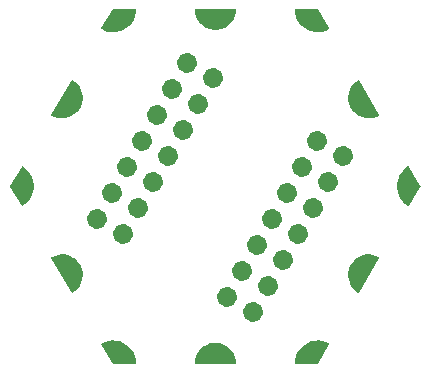
<source format=gbr>
G04 EAGLE Gerber RS-274X export*
G75*
%MOMM*%
%FSLAX34Y34*%
%LPD*%
%INSoldermask Top*%
%IPPOS*%
%AMOC8*
5,1,8,0,0,1.08239X$1,22.5*%
G01*
%ADD10C,1.101600*%
%ADD11P,1.759533X8X82.500000*%
%ADD12P,1.759533X8X262.500000*%

G36*
X363231Y195709D02*
X363231Y195709D01*
X363260Y195706D01*
X363327Y195728D01*
X363397Y195742D01*
X363421Y195759D01*
X363449Y195768D01*
X363502Y195815D01*
X363561Y195855D01*
X363577Y195879D01*
X363599Y195899D01*
X363630Y195963D01*
X363668Y196022D01*
X363673Y196051D01*
X363685Y196077D01*
X363694Y196177D01*
X363701Y196219D01*
X363698Y196229D01*
X363700Y196243D01*
X363468Y199041D01*
X363458Y199075D01*
X363454Y199123D01*
X362765Y201844D01*
X362750Y201876D01*
X362738Y201922D01*
X361610Y204494D01*
X361590Y204522D01*
X361571Y204566D01*
X360035Y206917D01*
X360011Y206941D01*
X359985Y206982D01*
X358083Y209047D01*
X358055Y209068D01*
X358022Y209103D01*
X355807Y210828D01*
X355776Y210843D01*
X355738Y210873D01*
X353268Y212209D01*
X353235Y212219D01*
X353193Y212242D01*
X352007Y212650D01*
X350553Y213149D01*
X350537Y213154D01*
X350503Y213159D01*
X350457Y213174D01*
X347688Y213636D01*
X347653Y213635D01*
X347606Y213643D01*
X344798Y213643D01*
X344764Y213636D01*
X344716Y213636D01*
X341947Y213174D01*
X341914Y213162D01*
X341867Y213154D01*
X339211Y212242D01*
X339181Y212225D01*
X339136Y212209D01*
X336666Y210873D01*
X336640Y210851D01*
X336597Y210828D01*
X334382Y209103D01*
X334359Y209077D01*
X334321Y209047D01*
X332419Y206982D01*
X332401Y206952D01*
X332369Y206917D01*
X330833Y204566D01*
X330820Y204534D01*
X330794Y204494D01*
X329666Y201922D01*
X329659Y201889D01*
X329656Y201882D01*
X329650Y201873D01*
X329649Y201867D01*
X329639Y201844D01*
X328950Y199123D01*
X328948Y199088D01*
X328936Y199041D01*
X328704Y196243D01*
X328708Y196214D01*
X328703Y196185D01*
X328720Y196116D01*
X328728Y196046D01*
X328742Y196020D01*
X328749Y195992D01*
X328791Y195935D01*
X328826Y195873D01*
X328850Y195855D01*
X328867Y195832D01*
X328928Y195796D01*
X328985Y195753D01*
X329013Y195745D01*
X329038Y195730D01*
X329136Y195714D01*
X329177Y195703D01*
X329188Y195705D01*
X329202Y195703D01*
X363202Y195703D01*
X363231Y195709D01*
G37*
G36*
X347640Y478768D02*
X347640Y478768D01*
X347688Y478768D01*
X350457Y479230D01*
X350490Y479242D01*
X350537Y479250D01*
X353193Y480162D01*
X353223Y480179D01*
X353268Y480195D01*
X355738Y481531D01*
X355764Y481553D01*
X355807Y481576D01*
X358022Y483301D01*
X358045Y483327D01*
X358083Y483357D01*
X359985Y485422D01*
X360003Y485452D01*
X360035Y485487D01*
X361571Y487838D01*
X361584Y487870D01*
X361610Y487910D01*
X362738Y490482D01*
X362745Y490515D01*
X362765Y490560D01*
X363454Y493281D01*
X363456Y493316D01*
X363468Y493363D01*
X363700Y496161D01*
X363696Y496190D01*
X363701Y496219D01*
X363685Y496288D01*
X363676Y496358D01*
X363662Y496384D01*
X363655Y496412D01*
X363613Y496469D01*
X363578Y496531D01*
X363554Y496549D01*
X363537Y496572D01*
X363476Y496608D01*
X363419Y496651D01*
X363391Y496659D01*
X363366Y496674D01*
X363268Y496690D01*
X363227Y496701D01*
X363216Y496699D01*
X363202Y496701D01*
X329202Y496701D01*
X329173Y496695D01*
X329144Y496698D01*
X329077Y496676D01*
X329007Y496662D01*
X328983Y496645D01*
X328955Y496636D01*
X328902Y496589D01*
X328843Y496549D01*
X328828Y496525D01*
X328806Y496505D01*
X328774Y496441D01*
X328736Y496382D01*
X328731Y496353D01*
X328719Y496327D01*
X328710Y496227D01*
X328703Y496185D01*
X328706Y496175D01*
X328704Y496161D01*
X328936Y493363D01*
X328946Y493329D01*
X328950Y493281D01*
X329639Y490560D01*
X329654Y490528D01*
X329666Y490482D01*
X330794Y487910D01*
X330814Y487882D01*
X330833Y487838D01*
X332369Y485487D01*
X332393Y485463D01*
X332419Y485422D01*
X334321Y483357D01*
X334349Y483336D01*
X334382Y483301D01*
X336597Y481576D01*
X336628Y481561D01*
X336666Y481531D01*
X339136Y480195D01*
X339169Y480185D01*
X339211Y480162D01*
X341867Y479250D01*
X341901Y479246D01*
X341947Y479230D01*
X344716Y478768D01*
X344751Y478769D01*
X344798Y478761D01*
X347606Y478761D01*
X347640Y478768D01*
G37*
G36*
X224809Y256012D02*
X224809Y256012D01*
X224880Y256009D01*
X224907Y256019D01*
X224936Y256021D01*
X225026Y256063D01*
X225066Y256078D01*
X225074Y256086D01*
X225087Y256092D01*
X227390Y257691D01*
X227414Y257717D01*
X227454Y257744D01*
X229463Y259701D01*
X229482Y259730D01*
X229517Y259763D01*
X231176Y262024D01*
X231191Y262055D01*
X231220Y262094D01*
X232484Y264597D01*
X232493Y264631D01*
X232515Y264674D01*
X233351Y267351D01*
X233354Y267385D01*
X233369Y267431D01*
X233752Y270210D01*
X233750Y270244D01*
X233756Y270292D01*
X233677Y273095D01*
X233669Y273129D01*
X233668Y273177D01*
X233129Y275929D01*
X233115Y275961D01*
X233106Y276009D01*
X232121Y278634D01*
X232106Y278659D01*
X232101Y278679D01*
X232093Y278690D01*
X232086Y278709D01*
X230682Y281137D01*
X230659Y281163D01*
X230635Y281205D01*
X228851Y283368D01*
X228824Y283390D01*
X228793Y283427D01*
X226677Y285268D01*
X226647Y285285D01*
X226611Y285317D01*
X224220Y286784D01*
X224188Y286795D01*
X224147Y286821D01*
X221548Y287874D01*
X221514Y287881D01*
X221469Y287899D01*
X218732Y288510D01*
X218697Y288511D01*
X218650Y288522D01*
X215850Y288674D01*
X215816Y288669D01*
X215768Y288672D01*
X212980Y288362D01*
X212947Y288351D01*
X212899Y288346D01*
X210201Y287581D01*
X210171Y287565D01*
X210124Y287552D01*
X207589Y286353D01*
X207565Y286336D01*
X207538Y286326D01*
X207486Y286277D01*
X207429Y286234D01*
X207415Y286209D01*
X207394Y286189D01*
X207365Y286124D01*
X207329Y286063D01*
X207326Y286034D01*
X207314Y286007D01*
X207313Y285936D01*
X207304Y285865D01*
X207312Y285837D01*
X207312Y285808D01*
X207346Y285715D01*
X207358Y285674D01*
X207365Y285665D01*
X207370Y285652D01*
X224370Y256252D01*
X224389Y256230D01*
X224402Y256204D01*
X224455Y256156D01*
X224502Y256103D01*
X224528Y256091D01*
X224550Y256071D01*
X224617Y256048D01*
X224681Y256018D01*
X224710Y256016D01*
X224738Y256007D01*
X224809Y256012D01*
G37*
G36*
X476588Y403735D02*
X476588Y403735D01*
X476636Y403732D01*
X479424Y404042D01*
X479457Y404053D01*
X479505Y404058D01*
X482203Y404823D01*
X482233Y404839D01*
X482280Y404852D01*
X484815Y406051D01*
X484839Y406068D01*
X484866Y406078D01*
X484918Y406127D01*
X484975Y406170D01*
X484989Y406195D01*
X485011Y406215D01*
X485039Y406280D01*
X485075Y406342D01*
X485078Y406370D01*
X485090Y406397D01*
X485091Y406468D01*
X485100Y406539D01*
X485092Y406567D01*
X485092Y406596D01*
X485058Y406689D01*
X485046Y406730D01*
X485039Y406739D01*
X485034Y406752D01*
X468034Y436152D01*
X468015Y436174D01*
X468002Y436200D01*
X467949Y436248D01*
X467902Y436301D01*
X467876Y436313D01*
X467854Y436333D01*
X467787Y436356D01*
X467723Y436386D01*
X467694Y436388D01*
X467666Y436397D01*
X467595Y436392D01*
X467524Y436395D01*
X467497Y436385D01*
X467468Y436383D01*
X467378Y436341D01*
X467338Y436326D01*
X467330Y436318D01*
X467317Y436312D01*
X465014Y434713D01*
X464990Y434688D01*
X464950Y434660D01*
X462941Y432703D01*
X462922Y432674D01*
X462887Y432641D01*
X461228Y430380D01*
X461213Y430349D01*
X461184Y430310D01*
X459920Y427807D01*
X459911Y427773D01*
X459889Y427730D01*
X459053Y425053D01*
X459050Y425019D01*
X459035Y424973D01*
X458652Y422194D01*
X458654Y422160D01*
X458648Y422112D01*
X458727Y419309D01*
X458735Y419275D01*
X458736Y419227D01*
X459275Y416475D01*
X459289Y416443D01*
X459298Y416395D01*
X460283Y413770D01*
X460301Y413740D01*
X460318Y413695D01*
X461722Y411267D01*
X461745Y411241D01*
X461769Y411200D01*
X463553Y409036D01*
X463580Y409014D01*
X463611Y408977D01*
X465727Y407136D01*
X465757Y407119D01*
X465793Y407088D01*
X468184Y405620D01*
X468216Y405609D01*
X468257Y405583D01*
X470856Y404530D01*
X470890Y404523D01*
X470935Y404505D01*
X473672Y403894D01*
X473707Y403893D01*
X473754Y403882D01*
X476554Y403730D01*
X476588Y403735D01*
G37*
G36*
X467628Y256013D02*
X467628Y256013D01*
X467699Y256012D01*
X467726Y256023D01*
X467755Y256027D01*
X467817Y256061D01*
X467882Y256089D01*
X467903Y256110D01*
X467928Y256124D01*
X467991Y256200D01*
X468021Y256231D01*
X468025Y256241D01*
X468034Y256252D01*
X485034Y285652D01*
X485043Y285680D01*
X485060Y285704D01*
X485075Y285773D01*
X485097Y285841D01*
X485095Y285870D01*
X485101Y285898D01*
X485088Y285968D01*
X485082Y286039D01*
X485069Y286065D01*
X485063Y286093D01*
X485023Y286152D01*
X484991Y286215D01*
X484968Y286234D01*
X484952Y286258D01*
X484870Y286315D01*
X484837Y286342D01*
X484827Y286345D01*
X484815Y286353D01*
X482280Y287552D01*
X482246Y287560D01*
X482203Y287581D01*
X479505Y288346D01*
X479470Y288348D01*
X479424Y288362D01*
X476636Y288672D01*
X476602Y288669D01*
X476554Y288674D01*
X473754Y288522D01*
X473720Y288513D01*
X473672Y288510D01*
X470935Y287899D01*
X470903Y287885D01*
X470856Y287874D01*
X468257Y286821D01*
X468228Y286802D01*
X468184Y286784D01*
X465793Y285317D01*
X465768Y285293D01*
X465727Y285268D01*
X463611Y283427D01*
X463590Y283400D01*
X463553Y283368D01*
X461769Y281205D01*
X461753Y281174D01*
X461722Y281137D01*
X460318Y278709D01*
X460307Y278676D01*
X460300Y278663D01*
X460290Y278649D01*
X460290Y278646D01*
X460283Y278634D01*
X459298Y276009D01*
X459292Y275974D01*
X459275Y275929D01*
X458736Y273177D01*
X458736Y273143D01*
X458727Y273095D01*
X458648Y270292D01*
X458654Y270258D01*
X458652Y270210D01*
X459035Y267431D01*
X459047Y267399D01*
X459053Y267351D01*
X459889Y264674D01*
X459906Y264643D01*
X459920Y264597D01*
X461184Y262094D01*
X461206Y262067D01*
X461228Y262024D01*
X462887Y259763D01*
X462913Y259740D01*
X462941Y259701D01*
X464950Y257744D01*
X464979Y257725D01*
X465014Y257691D01*
X467317Y256092D01*
X467344Y256080D01*
X467367Y256062D01*
X467435Y256041D01*
X467500Y256013D01*
X467529Y256013D01*
X467557Y256005D01*
X467628Y256013D01*
G37*
G36*
X218650Y403882D02*
X218650Y403882D01*
X218684Y403891D01*
X218732Y403894D01*
X221469Y404505D01*
X221501Y404519D01*
X221548Y404530D01*
X224147Y405583D01*
X224176Y405602D01*
X224220Y405620D01*
X226611Y407088D01*
X226636Y407111D01*
X226677Y407136D01*
X228793Y408977D01*
X228814Y409004D01*
X228851Y409036D01*
X230635Y411200D01*
X230651Y411230D01*
X230682Y411267D01*
X232086Y413695D01*
X232097Y413728D01*
X232121Y413770D01*
X233106Y416395D01*
X233112Y416430D01*
X233129Y416475D01*
X233668Y419227D01*
X233668Y419262D01*
X233677Y419309D01*
X233756Y422112D01*
X233751Y422146D01*
X233752Y422194D01*
X233369Y424973D01*
X233357Y425005D01*
X233351Y425053D01*
X232515Y427730D01*
X232498Y427761D01*
X232484Y427807D01*
X231220Y430310D01*
X231198Y430337D01*
X231176Y430380D01*
X229517Y432641D01*
X229491Y432664D01*
X229463Y432703D01*
X227454Y434660D01*
X227425Y434679D01*
X227390Y434713D01*
X225087Y436312D01*
X225060Y436324D01*
X225037Y436342D01*
X224969Y436363D01*
X224904Y436391D01*
X224875Y436391D01*
X224847Y436399D01*
X224776Y436391D01*
X224705Y436392D01*
X224678Y436381D01*
X224649Y436377D01*
X224587Y436343D01*
X224522Y436315D01*
X224501Y436294D01*
X224476Y436280D01*
X224413Y436204D01*
X224383Y436173D01*
X224379Y436163D01*
X224370Y436152D01*
X207370Y406752D01*
X207361Y406724D01*
X207344Y406700D01*
X207329Y406631D01*
X207307Y406563D01*
X207309Y406534D01*
X207303Y406506D01*
X207316Y406436D01*
X207322Y406365D01*
X207335Y406339D01*
X207341Y406311D01*
X207381Y406252D01*
X207413Y406189D01*
X207436Y406170D01*
X207452Y406146D01*
X207534Y406089D01*
X207567Y406062D01*
X207577Y406059D01*
X207589Y406051D01*
X210124Y404852D01*
X210158Y404844D01*
X210201Y404823D01*
X212899Y404058D01*
X212934Y404056D01*
X212980Y404042D01*
X215768Y403732D01*
X215802Y403735D01*
X215850Y403730D01*
X218650Y403882D01*
G37*
G36*
X509929Y329213D02*
X509929Y329213D01*
X510000Y329213D01*
X510027Y329224D01*
X510056Y329227D01*
X510118Y329262D01*
X510183Y329290D01*
X510204Y329310D01*
X510229Y329325D01*
X510292Y329402D01*
X510322Y329432D01*
X510326Y329442D01*
X510335Y329453D01*
X519835Y345953D01*
X519845Y345985D01*
X519854Y345998D01*
X519858Y346022D01*
X519859Y346026D01*
X519890Y346096D01*
X519890Y346120D01*
X519898Y346142D01*
X519892Y346218D01*
X519893Y346295D01*
X519883Y346319D01*
X519882Y346340D01*
X519861Y346379D01*
X519835Y346451D01*
X510335Y362951D01*
X510316Y362973D01*
X510303Y362999D01*
X510250Y363047D01*
X510203Y363100D01*
X510177Y363113D01*
X510156Y363132D01*
X510088Y363155D01*
X510024Y363186D01*
X509995Y363188D01*
X509968Y363197D01*
X509896Y363192D01*
X509825Y363195D01*
X509798Y363185D01*
X509769Y363183D01*
X509679Y363141D01*
X509639Y363126D01*
X509631Y363119D01*
X509618Y363113D01*
X507095Y361371D01*
X507071Y361347D01*
X507033Y361320D01*
X504821Y359196D01*
X504802Y359168D01*
X504768Y359136D01*
X502926Y356685D01*
X502912Y356654D01*
X502883Y356617D01*
X501458Y353902D01*
X501449Y353871D01*
X501433Y353846D01*
X501432Y353838D01*
X501427Y353828D01*
X500456Y350920D01*
X500452Y350886D01*
X500437Y350842D01*
X499945Y347815D01*
X499946Y347781D01*
X499938Y347735D01*
X499938Y344669D01*
X499939Y344665D01*
X499939Y344663D01*
X499945Y344636D01*
X499945Y344589D01*
X500437Y341562D01*
X500449Y341531D01*
X500456Y341484D01*
X501427Y338576D01*
X501444Y338547D01*
X501458Y338502D01*
X502883Y335787D01*
X502905Y335761D01*
X502926Y335719D01*
X504768Y333268D01*
X504793Y333245D01*
X504821Y333208D01*
X507033Y331084D01*
X507061Y331066D01*
X507095Y331033D01*
X509618Y329291D01*
X509645Y329280D01*
X509667Y329261D01*
X509736Y329241D01*
X509801Y329213D01*
X509830Y329213D01*
X509858Y329205D01*
X509929Y329213D01*
G37*
G36*
X182508Y329212D02*
X182508Y329212D01*
X182579Y329209D01*
X182606Y329219D01*
X182635Y329221D01*
X182725Y329263D01*
X182765Y329278D01*
X182773Y329285D01*
X182786Y329291D01*
X185309Y331033D01*
X185333Y331057D01*
X185371Y331084D01*
X187583Y333208D01*
X187602Y333236D01*
X187636Y333268D01*
X189478Y335719D01*
X189492Y335750D01*
X189521Y335787D01*
X190946Y338502D01*
X190955Y338535D01*
X190977Y338576D01*
X191948Y341484D01*
X191952Y341518D01*
X191967Y341562D01*
X192459Y344589D01*
X192458Y344623D01*
X192466Y344669D01*
X192466Y347735D01*
X192459Y347768D01*
X192459Y347815D01*
X191967Y350842D01*
X191955Y350873D01*
X191948Y350920D01*
X190977Y353828D01*
X190964Y353851D01*
X190958Y353876D01*
X190951Y353885D01*
X190946Y353902D01*
X189521Y356617D01*
X189499Y356643D01*
X189478Y356685D01*
X187636Y359136D01*
X187611Y359159D01*
X187583Y359196D01*
X185371Y361320D01*
X185343Y361338D01*
X185309Y361371D01*
X182786Y363113D01*
X182759Y363124D01*
X182737Y363143D01*
X182668Y363163D01*
X182603Y363191D01*
X182574Y363191D01*
X182546Y363199D01*
X182475Y363191D01*
X182404Y363192D01*
X182377Y363180D01*
X182348Y363177D01*
X182286Y363142D01*
X182221Y363114D01*
X182200Y363094D01*
X182175Y363079D01*
X182112Y363002D01*
X182082Y362972D01*
X182078Y362962D01*
X182069Y362951D01*
X172569Y346451D01*
X172545Y346378D01*
X172514Y346308D01*
X172514Y346284D01*
X172506Y346262D01*
X172513Y346186D01*
X172512Y346109D01*
X172521Y346085D01*
X172522Y346064D01*
X172543Y346025D01*
X172562Y345973D01*
X172563Y345967D01*
X172565Y345965D01*
X172569Y345953D01*
X182069Y329453D01*
X182088Y329431D01*
X182101Y329405D01*
X182154Y329357D01*
X182201Y329304D01*
X182227Y329291D01*
X182249Y329272D01*
X182316Y329249D01*
X182380Y329218D01*
X182409Y329217D01*
X182436Y329207D01*
X182508Y329212D01*
G37*
G36*
X432878Y195718D02*
X432878Y195718D01*
X432956Y195727D01*
X432975Y195738D01*
X432997Y195742D01*
X433061Y195786D01*
X433129Y195825D01*
X433145Y195844D01*
X433161Y195855D01*
X433185Y195893D01*
X433235Y195953D01*
X442735Y212453D01*
X442744Y212480D01*
X442760Y212504D01*
X442775Y212574D01*
X442798Y212642D01*
X442795Y212670D01*
X442801Y212698D01*
X442788Y212769D01*
X442782Y212840D01*
X442769Y212865D01*
X442763Y212893D01*
X442723Y212953D01*
X442690Y213016D01*
X442668Y213034D01*
X442652Y213058D01*
X442569Y213116D01*
X442537Y213143D01*
X442526Y213146D01*
X442516Y213153D01*
X439750Y214462D01*
X439717Y214470D01*
X439674Y214490D01*
X436734Y215338D01*
X436700Y215341D01*
X436656Y215354D01*
X433618Y215719D01*
X433584Y215716D01*
X433537Y215722D01*
X430480Y215595D01*
X430447Y215587D01*
X430400Y215586D01*
X427403Y214970D01*
X427372Y214957D01*
X427326Y214948D01*
X424466Y213859D01*
X424438Y213841D01*
X424394Y213825D01*
X421746Y212291D01*
X421720Y212269D01*
X421680Y212246D01*
X419312Y210308D01*
X419290Y210281D01*
X419254Y210252D01*
X417227Y207959D01*
X417211Y207930D01*
X417179Y207895D01*
X415547Y205307D01*
X415535Y205275D01*
X415510Y205236D01*
X414314Y202419D01*
X414307Y202386D01*
X414304Y202379D01*
X414300Y202373D01*
X414299Y202367D01*
X414288Y202343D01*
X413560Y199371D01*
X413558Y199337D01*
X413547Y199292D01*
X413304Y196242D01*
X413308Y196213D01*
X413303Y196185D01*
X413320Y196116D01*
X413328Y196044D01*
X413343Y196020D01*
X413349Y195992D01*
X413392Y195934D01*
X413428Y195872D01*
X413450Y195855D01*
X413467Y195832D01*
X413529Y195795D01*
X413586Y195752D01*
X413614Y195745D01*
X413638Y195730D01*
X413738Y195714D01*
X413779Y195703D01*
X413789Y195705D01*
X413802Y195703D01*
X432802Y195703D01*
X432878Y195718D01*
G37*
G36*
X433571Y476687D02*
X433571Y476687D01*
X433618Y476685D01*
X436656Y477050D01*
X436688Y477061D01*
X436734Y477066D01*
X439674Y477914D01*
X439704Y477930D01*
X439750Y477942D01*
X442516Y479251D01*
X442538Y479268D01*
X442565Y479278D01*
X442617Y479327D01*
X442675Y479370D01*
X442689Y479395D01*
X442710Y479414D01*
X442739Y479480D01*
X442775Y479542D01*
X442778Y479570D01*
X442790Y479596D01*
X442791Y479668D01*
X442800Y479739D01*
X442792Y479766D01*
X442793Y479795D01*
X442757Y479890D01*
X442746Y479930D01*
X442739Y479939D01*
X442735Y479951D01*
X433235Y496451D01*
X433183Y496510D01*
X433137Y496572D01*
X433118Y496583D01*
X433103Y496600D01*
X433033Y496634D01*
X432966Y496674D01*
X432942Y496678D01*
X432924Y496686D01*
X432879Y496688D01*
X432802Y496701D01*
X413802Y496701D01*
X413774Y496696D01*
X413746Y496698D01*
X413678Y496676D01*
X413607Y496662D01*
X413584Y496646D01*
X413557Y496637D01*
X413502Y496590D01*
X413443Y496549D01*
X413428Y496525D01*
X413407Y496507D01*
X413375Y496442D01*
X413336Y496382D01*
X413331Y496354D01*
X413319Y496328D01*
X413310Y496227D01*
X413303Y496185D01*
X413305Y496175D01*
X413304Y496162D01*
X413547Y493112D01*
X413556Y493080D01*
X413560Y493033D01*
X414288Y490061D01*
X414303Y490030D01*
X414314Y489985D01*
X415510Y487168D01*
X415529Y487140D01*
X415547Y487097D01*
X417179Y484509D01*
X417203Y484485D01*
X417227Y484445D01*
X419254Y482152D01*
X419281Y482132D01*
X419312Y482096D01*
X421680Y480158D01*
X421710Y480142D01*
X421746Y480113D01*
X424394Y478580D01*
X424426Y478569D01*
X424466Y478545D01*
X427326Y477457D01*
X427359Y477451D01*
X427403Y477434D01*
X430400Y476818D01*
X430434Y476818D01*
X430480Y476809D01*
X433537Y476682D01*
X433571Y476687D01*
G37*
G36*
X278630Y195708D02*
X278630Y195708D01*
X278658Y195706D01*
X278726Y195728D01*
X278797Y195742D01*
X278820Y195758D01*
X278847Y195767D01*
X278902Y195814D01*
X278961Y195855D01*
X278976Y195879D01*
X278998Y195897D01*
X279029Y195962D01*
X279068Y196022D01*
X279073Y196050D01*
X279085Y196076D01*
X279094Y196177D01*
X279101Y196219D01*
X279099Y196229D01*
X279100Y196242D01*
X278857Y199292D01*
X278848Y199324D01*
X278844Y199371D01*
X278116Y202343D01*
X278101Y202374D01*
X278090Y202419D01*
X276894Y205236D01*
X276875Y205264D01*
X276857Y205307D01*
X275225Y207895D01*
X275201Y207919D01*
X275177Y207959D01*
X273150Y210252D01*
X273123Y210272D01*
X273092Y210308D01*
X270725Y212246D01*
X270694Y212262D01*
X270658Y212291D01*
X268010Y213825D01*
X267978Y213835D01*
X267938Y213859D01*
X265078Y214948D01*
X265045Y214953D01*
X265001Y214970D01*
X262004Y215586D01*
X261970Y215586D01*
X261924Y215595D01*
X258867Y215722D01*
X258833Y215717D01*
X258786Y215719D01*
X255748Y215354D01*
X255716Y215343D01*
X255670Y215338D01*
X252730Y214490D01*
X252700Y214474D01*
X252655Y214462D01*
X249889Y213153D01*
X249866Y213136D01*
X249839Y213126D01*
X249787Y213077D01*
X249729Y213034D01*
X249715Y213009D01*
X249694Y212990D01*
X249665Y212924D01*
X249629Y212862D01*
X249626Y212834D01*
X249614Y212808D01*
X249613Y212736D01*
X249604Y212665D01*
X249612Y212638D01*
X249612Y212609D01*
X249647Y212514D01*
X249658Y212474D01*
X249665Y212465D01*
X249669Y212453D01*
X259169Y195953D01*
X259221Y195895D01*
X259267Y195832D01*
X259286Y195821D01*
X259301Y195804D01*
X259371Y195770D01*
X259438Y195730D01*
X259463Y195726D01*
X259480Y195718D01*
X259525Y195716D01*
X259602Y195703D01*
X278602Y195703D01*
X278630Y195708D01*
G37*
G36*
X261924Y476809D02*
X261924Y476809D01*
X261957Y476817D01*
X262004Y476818D01*
X265001Y477434D01*
X265032Y477447D01*
X265078Y477457D01*
X267938Y478545D01*
X267967Y478563D01*
X268010Y478580D01*
X270658Y480113D01*
X270684Y480135D01*
X270725Y480158D01*
X273092Y482096D01*
X273114Y482123D01*
X273150Y482152D01*
X275177Y484445D01*
X275194Y484474D01*
X275225Y484509D01*
X276857Y487097D01*
X276869Y487129D01*
X276894Y487168D01*
X278090Y489985D01*
X278097Y490018D01*
X278116Y490061D01*
X278844Y493033D01*
X278846Y493067D01*
X278857Y493112D01*
X279100Y496162D01*
X279096Y496191D01*
X279101Y496219D01*
X279084Y496288D01*
X279076Y496360D01*
X279062Y496384D01*
X279055Y496412D01*
X279012Y496470D01*
X278977Y496532D01*
X278954Y496549D01*
X278937Y496572D01*
X278875Y496609D01*
X278818Y496652D01*
X278790Y496659D01*
X278766Y496674D01*
X278666Y496690D01*
X278625Y496701D01*
X278615Y496699D01*
X278602Y496701D01*
X259602Y496701D01*
X259526Y496686D01*
X259448Y496677D01*
X259429Y496666D01*
X259407Y496662D01*
X259343Y496618D01*
X259275Y496579D01*
X259259Y496560D01*
X259243Y496549D01*
X259219Y496511D01*
X259169Y496451D01*
X249669Y479951D01*
X249660Y479924D01*
X249644Y479900D01*
X249629Y479830D01*
X249606Y479762D01*
X249609Y479734D01*
X249603Y479706D01*
X249617Y479636D01*
X249622Y479564D01*
X249635Y479539D01*
X249641Y479511D01*
X249681Y479451D01*
X249714Y479388D01*
X249736Y479370D01*
X249752Y479346D01*
X249835Y479288D01*
X249867Y479261D01*
X249878Y479258D01*
X249889Y479251D01*
X252655Y477942D01*
X252688Y477934D01*
X252730Y477914D01*
X255670Y477066D01*
X255704Y477063D01*
X255748Y477050D01*
X258786Y476685D01*
X258820Y476688D01*
X258867Y476682D01*
X261924Y476809D01*
G37*
D10*
X428802Y489302D03*
X511402Y346202D03*
X428802Y203102D03*
X263602Y203102D03*
X181002Y346202D03*
X263602Y489302D03*
X470102Y417702D03*
X470102Y274702D03*
X346202Y203102D03*
X222302Y274702D03*
X222302Y417702D03*
X346202Y489302D03*
D11*
X378029Y240079D03*
X390729Y262076D03*
X403429Y284073D03*
X416129Y306070D03*
X428829Y328067D03*
X441529Y350064D03*
X356031Y252779D03*
X368731Y274776D03*
X381431Y296773D03*
X394131Y318770D03*
X406831Y340767D03*
X419531Y362764D03*
X454229Y372061D03*
X432231Y384761D03*
D12*
X321741Y450801D03*
X309041Y428804D03*
X296341Y406807D03*
X283641Y384810D03*
X270941Y362813D03*
X258241Y340816D03*
X343739Y438101D03*
X331039Y416104D03*
X318339Y394107D03*
X305639Y372110D03*
X292939Y350113D03*
X280239Y328116D03*
X245541Y318819D03*
X267539Y306119D03*
M02*

</source>
